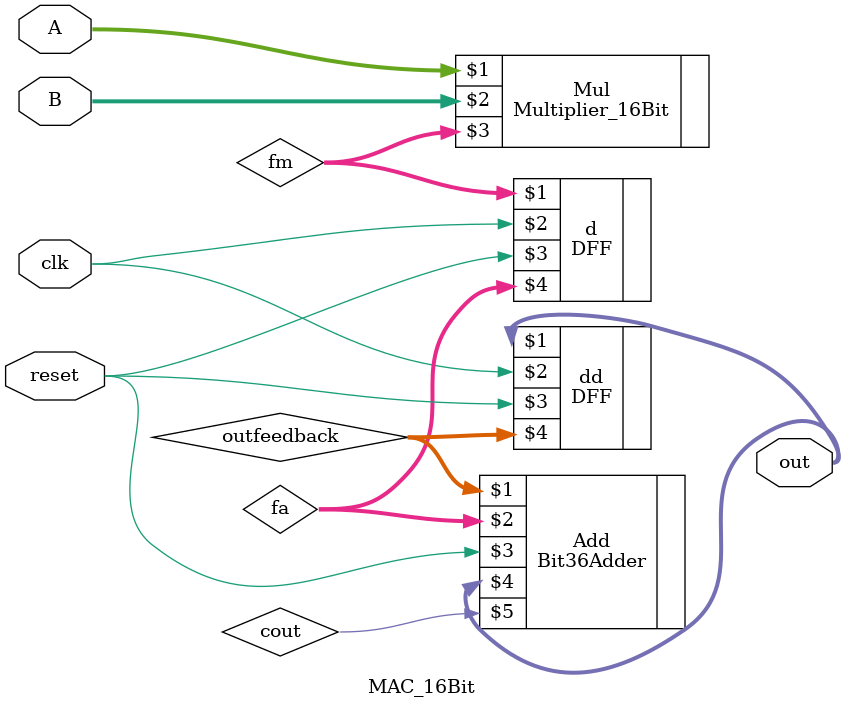
<source format=v>
`include "16BitMultiplier.v"
`include "36BitAdder.v"
`include "DFF.v"

module MAC_16Bit(clk, A, B, out, reset);
    
    input clk;
    input [16:1] A,B;
    input reset;
    output [36:1] out;

    wire [36:1] fm, fa;
    wire cout;
    wire [36:1] outfeedback;

    //initial 
        //outfeedback <= 'd0;

    // Stage 1
    Multiplier_16Bit Mul (A, B, fm);
    /*
    DFF d1 (fm[1], clk, reset, fa[1]);
    DFF d2 (fm[2], clk, reset, fa[2]);
    DFF d3 (fm[3], clk, reset, fa[3]);
    DFF d4 (fm[4], clk, reset, fa[4]);
    DFF d5 (fm[5], clk, reset, fa[5]);
    DFF d6 (fm[6], clk, reset, fa[6]);
    DFF d7 (fm[7], clk, reset, fa[7]);
    DFF d8 (fm[8], clk, reset, fa[8]);
    DFF d9 (fm[9], clk, reset, fa[9]);
    DFF d10 (fm[10], clk, reset, fa[10]);
    DFF d11 (fm[11], clk, reset, fa[11]);
    DFF d12 (fm[12], clk, reset, fa[12]);
    DFF d13 (fm[13], clk, reset, fa[13]);
    DFF d14 (fm[14], clk, reset, fa[14]);
    DFF d15 (fm[15], clk, reset, fa[15]);
    DFF d16 (fm[16], clk, reset, fa[16]);
    */
    DFF d (fm, clk, reset, fa);
    // Stage 2
    Bit36Adder Add (outfeedback, fa, reset, out, cout);
    /*
    DFF dd1 (out[1], clk, reset, outfeedback[1]);
    DFF dd2 (out[2], clk, reset, outfeedback[2]);
    DFF dd3 (out[3], clk, reset, outfeedback[3]);
    DFF dd4 (out[4], clk, reset, outfeedback[4]);
    DFF dd5 (out[5], clk, reset, outfeedback[5]);
    DFF dd6 (out[6], clk, reset, outfeedback[6]);
    DFF dd7 (out[7], clk, reset, outfeedback[7]);
    DFF dd8 (out[8], clk, reset, outfeedback[8]);
    DFF dd9 (out[9], clk, reset, outfeedback[9]);
    DFF dd10 (out[10], clk, reset, outfeedback[10]);
    DFF dd11 (out[11], clk, reset, outfeedback[11]);
    DFF dd12 (out[12], clk, reset, outfeedback[12]);
    DFF dd13 (out[13], clk, reset, outfeedback[13]);
    DFF dd14 (out[14], clk, reset, outfeedback[14]);
    DFF dd15 (out[15], clk, reset, outfeedback[15]);
    DFF dd16 (out[16], clk, reset, outfeedback[16]);
    */
    DFF dd (out, clk, reset, outfeedback);

    
    // ----- Step 5 --------------------------------------
/*
always@(*) 
    $display(": Intermediate Binary: A = %b (%d), B = %b (%d), Product: %b (%d) -- --%b--", A, A, B, B, prod, prod, p1);
*/
endmodule
</source>
